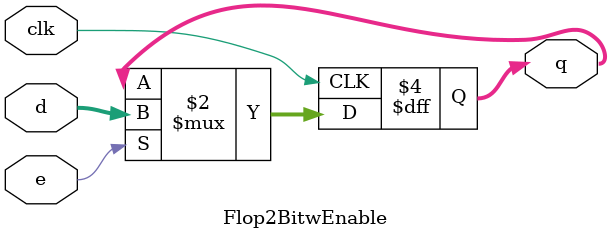
<source format=sv>
`timescale 1ns / 1ps


module Flop2BitwEnable(
    input reg clk, e,
    input reg [1:0] d,
    output reg [1:0] q
    );
    always @ (posedge clk)
        if(e) q<=d;
endmodule

</source>
